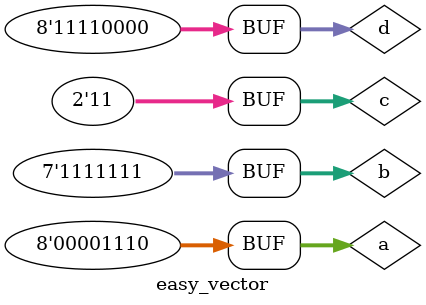
<source format=v>
module easy_vector();

    reg[7:0] a = 0;
    reg[6:0] b = 0;
    reg[7:0] d = 0;

    wire [1:0] c; //2 bit net

    assign c[1:0] = a[3:2];

    initial begin
        $monitor("PRO2 a = %b, b=%b, c=%b, d=%b", a, b, c ,d);
    end

    initial begin
        #1 a = 1;
        #1 a = 8'b1111_0101;
        #1 a = 8'b1111_1000;
        #1 a = 8'b0000_1000;
        #1 a = 8'b0;

        #1 b = 7'b111_1111;
        #1 d[3:0] = a[3:0];
        #1 d[7:4] = b[6:3];

        #1 a = 8'b0000_1110;
        #1 d = {a[3:0], b[3:0]};
        #1 d = {b[3:0], a[7:4]};
    end

endmodule
</source>
